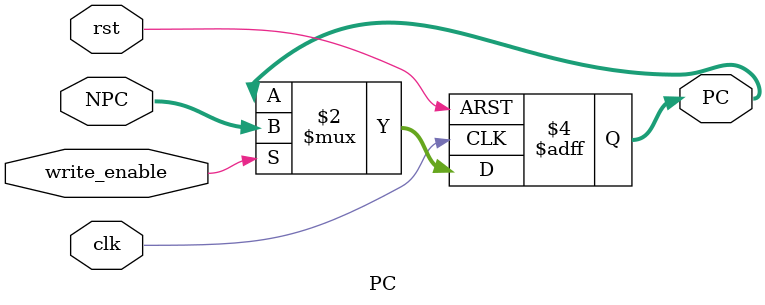
<source format=v>
module PC(clk,
          rst,
          write_enable,
          NPC,
          PC);
    
    input              clk;
    input              rst;
    input              write_enable;
    input       [31:0] NPC;
    output reg  [31:0] PC;
    
    always @(posedge clk, posedge rst)
        if (rst)
            PC         <= 32'h0000_0000;
            //      PC <= 32'h0000_3000;
        else if(write_enable)
            PC <= NPC;
endmodule
    

</source>
